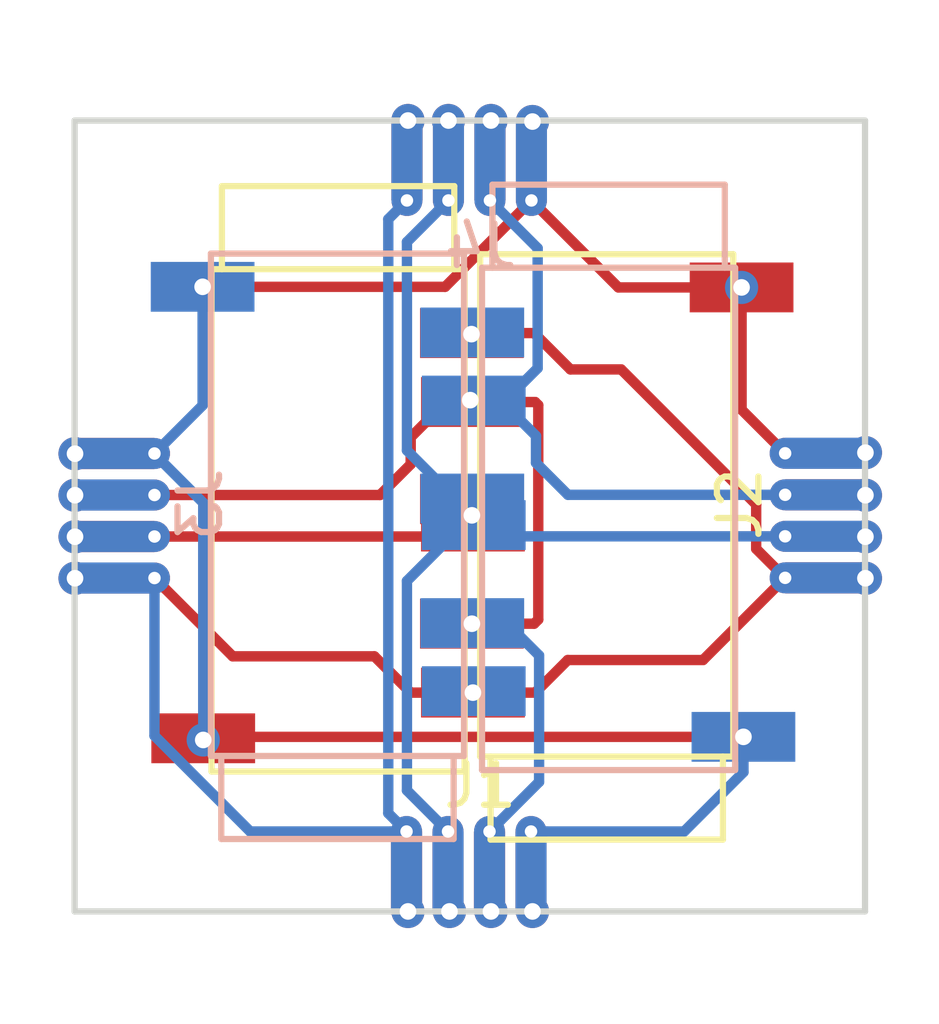
<source format=kicad_pcb>
(kicad_pcb (version 20171130) (host pcbnew 5.1.5)

  (general
    (thickness 1.6)
    (drawings 10)
    (tracks 111)
    (zones 0)
    (modules 8)
    (nets 5)
  )

  (page A4)
  (layers
    (0 F.Cu signal)
    (31 B.Cu signal)
    (32 B.Adhes user)
    (33 F.Adhes user)
    (34 B.Paste user)
    (35 F.Paste user)
    (36 B.SilkS user)
    (37 F.SilkS user)
    (38 B.Mask user)
    (39 F.Mask user)
    (40 Dwgs.User user)
    (41 Cmts.User user)
    (42 Eco1.User user)
    (43 Eco2.User user)
    (44 Edge.Cuts user)
    (45 Margin user)
    (46 B.CrtYd user)
    (47 F.CrtYd user)
    (48 B.Fab user)
    (49 F.Fab user)
  )

  (setup
    (last_trace_width 0.25)
    (trace_clearance 0.2)
    (zone_clearance 0.508)
    (zone_45_only no)
    (trace_min 0.2)
    (via_size 0.8)
    (via_drill 0.4)
    (via_min_size 0.4)
    (via_min_drill 0.3)
    (uvia_size 0.3)
    (uvia_drill 0.1)
    (uvias_allowed no)
    (uvia_min_size 0.2)
    (uvia_min_drill 0.1)
    (edge_width 0.05)
    (segment_width 0.2)
    (pcb_text_width 0.3)
    (pcb_text_size 1.5 1.5)
    (mod_edge_width 0.12)
    (mod_text_size 1 1)
    (mod_text_width 0.15)
    (pad_size 1.524 1.524)
    (pad_drill 0.762)
    (pad_to_mask_clearance 0.051)
    (solder_mask_min_width 0.25)
    (aux_axis_origin 0 0)
    (visible_elements FFFFFF7F)
    (pcbplotparams
      (layerselection 0x010fc_ffffffff)
      (usegerberextensions false)
      (usegerberattributes false)
      (usegerberadvancedattributes false)
      (creategerberjobfile false)
      (excludeedgelayer true)
      (linewidth 0.100000)
      (plotframeref false)
      (viasonmask false)
      (mode 1)
      (useauxorigin false)
      (hpglpennumber 1)
      (hpglpenspeed 20)
      (hpglpendiameter 15.000000)
      (psnegative false)
      (psa4output false)
      (plotreference true)
      (plotvalue true)
      (plotinvisibletext false)
      (padsonsilk false)
      (subtractmaskfromsilk false)
      (outputformat 1)
      (mirror false)
      (drillshape 1)
      (scaleselection 1)
      (outputdirectory ""))
  )

  (net 0 "")
  (net 1 GND)
  (net 2 /SCL)
  (net 3 /SDA)
  (net 4 +5V)

  (net_class Default "This is the default net class."
    (clearance 0.2)
    (trace_width 0.25)
    (via_dia 0.8)
    (via_drill 0.4)
    (uvia_dia 0.3)
    (uvia_drill 0.1)
    (add_net +5V)
    (add_net /SCL)
    (add_net /SDA)
    (add_net GND)
  )

  (module Keebio-Parts:TRRS-PJ-320D (layer B.Cu) (tedit 5B896F09) (tstamp 5E3A139B)
    (at 133.585 89.765 180)
    (path /5E395735)
    (fp_text reference U4 (at 0 -14.2) (layer Dwgs.User)
      (effects (font (size 1 1) (thickness 0.15)))
    )
    (fp_text value TRRS (at 0 5.6) (layer B.Fab)
      (effects (font (size 1 1) (thickness 0.15)) (justify mirror))
    )
    (fp_line (start 3.05 0) (end -3.05 0) (layer B.SilkS) (width 0.15))
    (fp_line (start 3.05 -12.1) (end -3.05 -12.1) (layer B.SilkS) (width 0.15))
    (fp_line (start 3.05 0) (end 3.05 -12.1) (layer B.SilkS) (width 0.15))
    (fp_line (start -3.05 0) (end -3.05 -12.1) (layer B.SilkS) (width 0.15))
    (fp_line (start 2.8 0) (end 2.8 2) (layer B.SilkS) (width 0.15))
    (fp_line (start -2.8 0) (end -2.8 2) (layer B.SilkS) (width 0.15))
    (fp_line (start 2.8 2) (end -2.8 2) (layer B.SilkS) (width 0.15))
    (pad 3 smd rect (at 3.25 -6.2 180) (size 2.5 1.2) (layers B.Cu B.Paste B.Mask)
      (net 3 /SDA))
    (pad "" np_thru_hole circle (at 0 -1.6 180) (size 0.8 0.8) (drill 0.8) (layers *.Cu *.Mask))
    (pad "" np_thru_hole circle (at 0 -8.6 180) (size 0.8 0.8) (drill 0.8) (layers *.Cu *.Mask))
    (pad 4 smd rect (at 3.25 -3.2 180) (size 2.5 1.2) (layers B.Cu B.Paste B.Mask)
      (net 2 /SCL))
    (pad 2 smd rect (at 3.25 -10.2 180) (size 2.5 1.2) (layers B.Cu B.Paste B.Mask)
      (net 4 +5V))
    (pad 1 smd rect (at -3.25 -11.3 180) (size 2.5 1.2) (layers B.Cu B.Paste B.Mask)
      (net 1 GND))
  )

  (module Keebio-Parts:TRRS-PJ-320D (layer F.Cu) (tedit 5B896F09) (tstamp 5E3A1E7D)
    (at 133.54 101.54 180)
    (path /5E396BB9)
    (fp_text reference U3 (at 0 14.2) (layer Dwgs.User)
      (effects (font (size 1 1) (thickness 0.15)))
    )
    (fp_text value TRRS (at 0 -5.6) (layer F.Fab)
      (effects (font (size 1 1) (thickness 0.15)))
    )
    (fp_line (start 3.05 0) (end -3.05 0) (layer F.SilkS) (width 0.15))
    (fp_line (start 3.05 12.1) (end -3.05 12.1) (layer F.SilkS) (width 0.15))
    (fp_line (start 3.05 0) (end 3.05 12.1) (layer F.SilkS) (width 0.15))
    (fp_line (start -3.05 0) (end -3.05 12.1) (layer F.SilkS) (width 0.15))
    (fp_line (start 2.8 0) (end 2.8 -2) (layer F.SilkS) (width 0.15))
    (fp_line (start -2.8 0) (end -2.8 -2) (layer F.SilkS) (width 0.15))
    (fp_line (start 2.8 -2) (end -2.8 -2) (layer F.SilkS) (width 0.15))
    (pad 3 smd rect (at 3.25 6.2 180) (size 2.5 1.2) (layers F.Cu F.Paste F.Mask)
      (net 3 /SDA))
    (pad "" np_thru_hole circle (at 0 1.6 180) (size 0.8 0.8) (drill 0.8) (layers *.Cu *.Mask))
    (pad "" np_thru_hole circle (at 0 8.6 180) (size 0.8 0.8) (drill 0.8) (layers *.Cu *.Mask))
    (pad 4 smd rect (at 3.25 3.2 180) (size 2.5 1.2) (layers F.Cu F.Paste F.Mask)
      (net 2 /SCL))
    (pad 2 smd rect (at 3.25 10.2 180) (size 2.5 1.2) (layers F.Cu F.Paste F.Mask)
      (net 4 +5V))
    (pad 1 smd rect (at -3.25 11.3 180) (size 2.5 1.2) (layers F.Cu F.Paste F.Mask)
      (net 1 GND))
  )

  (module Keebio-Parts:TRRS-PJ-320D (layer F.Cu) (tedit 5B896F09) (tstamp 5E3A1379)
    (at 127.065 89.8)
    (path /5E396F6B)
    (fp_text reference U2 (at 0 14.2) (layer Dwgs.User)
      (effects (font (size 1 1) (thickness 0.15)))
    )
    (fp_text value TRRS (at 0 -5.6) (layer F.Fab)
      (effects (font (size 1 1) (thickness 0.15)))
    )
    (fp_line (start 3.05 0) (end -3.05 0) (layer F.SilkS) (width 0.15))
    (fp_line (start 3.05 12.1) (end -3.05 12.1) (layer F.SilkS) (width 0.15))
    (fp_line (start 3.05 0) (end 3.05 12.1) (layer F.SilkS) (width 0.15))
    (fp_line (start -3.05 0) (end -3.05 12.1) (layer F.SilkS) (width 0.15))
    (fp_line (start 2.8 0) (end 2.8 -2) (layer F.SilkS) (width 0.15))
    (fp_line (start -2.8 0) (end -2.8 -2) (layer F.SilkS) (width 0.15))
    (fp_line (start 2.8 -2) (end -2.8 -2) (layer F.SilkS) (width 0.15))
    (pad 3 smd rect (at 3.25 6.2) (size 2.5 1.2) (layers F.Cu F.Paste F.Mask)
      (net 3 /SDA))
    (pad "" np_thru_hole circle (at 0 1.6) (size 0.8 0.8) (drill 0.8) (layers *.Cu *.Mask))
    (pad "" np_thru_hole circle (at 0 8.6) (size 0.8 0.8) (drill 0.8) (layers *.Cu *.Mask))
    (pad 4 smd rect (at 3.25 3.2) (size 2.5 1.2) (layers F.Cu F.Paste F.Mask)
      (net 2 /SCL))
    (pad 2 smd rect (at 3.25 10.2) (size 2.5 1.2) (layers F.Cu F.Paste F.Mask)
      (net 4 +5V))
    (pad 1 smd rect (at -3.25 11.3) (size 2.5 1.2) (layers F.Cu F.Paste F.Mask)
      (net 1 GND))
  )

  (module Keebio-Parts:TRRS-PJ-320D (layer B.Cu) (tedit 5B896F09) (tstamp 5E3A1368)
    (at 127.05 101.525)
    (path /5E3974A4)
    (fp_text reference U1 (at 0 -14.2) (layer Dwgs.User)
      (effects (font (size 1 1) (thickness 0.15)))
    )
    (fp_text value TRRS (at 0 5.6) (layer B.Fab)
      (effects (font (size 1 1) (thickness 0.15)) (justify mirror))
    )
    (fp_line (start 3.05 0) (end -3.05 0) (layer B.SilkS) (width 0.15))
    (fp_line (start 3.05 -12.1) (end -3.05 -12.1) (layer B.SilkS) (width 0.15))
    (fp_line (start 3.05 0) (end 3.05 -12.1) (layer B.SilkS) (width 0.15))
    (fp_line (start -3.05 0) (end -3.05 -12.1) (layer B.SilkS) (width 0.15))
    (fp_line (start 2.8 0) (end 2.8 2) (layer B.SilkS) (width 0.15))
    (fp_line (start -2.8 0) (end -2.8 2) (layer B.SilkS) (width 0.15))
    (fp_line (start 2.8 2) (end -2.8 2) (layer B.SilkS) (width 0.15))
    (pad 3 smd rect (at 3.25 -6.2) (size 2.5 1.2) (layers B.Cu B.Paste B.Mask)
      (net 3 /SDA))
    (pad "" np_thru_hole circle (at 0 -1.6) (size 0.8 0.8) (drill 0.8) (layers *.Cu *.Mask))
    (pad "" np_thru_hole circle (at 0 -8.6) (size 0.8 0.8) (drill 0.8) (layers *.Cu *.Mask))
    (pad 4 smd rect (at 3.25 -3.2) (size 2.5 1.2) (layers B.Cu B.Paste B.Mask)
      (net 2 /SCL))
    (pad 2 smd rect (at 3.25 -10.2) (size 2.5 1.2) (layers B.Cu B.Paste B.Mask)
      (net 4 +5V))
    (pad 1 smd rect (at -3.25 -11.3) (size 2.5 1.2) (layers B.Cu B.Paste B.Mask)
      (net 1 GND))
  )

  (module modkeeb:edgeconnector (layer B.Cu) (tedit 5E3916DF) (tstamp 5E3A1357)
    (at 130.225 86.145)
    (path /5E3969DB)
    (fp_text reference J4 (at 0.275 3.1 180) (layer B.SilkS)
      (effects (font (size 1 1) (thickness 0.15)) (justify mirror))
    )
    (fp_text value Conn_01x04 (at 0.25 -0.875 180) (layer B.Fab)
      (effects (font (size 1 1) (thickness 0.15)) (justify mirror))
    )
    (pad 1 thru_hole custom (at -1.5 2) (size 0.75 0.75) (drill 0.3) (layers *.Cu *.Mask)
      (net 4 +5V) (zone_connect 0)
      (options (clearance outline) (anchor circle))
      (primitives
        (gr_poly (pts
           (xy 0.375 -2) (xy -0.375 -2) (xy -0.375 0) (xy 0.375 0)) (width 0))
      ))
    (pad 2 thru_hole custom (at -0.5 2) (size 0.75 0.75) (drill 0.3) (layers *.Cu *.Mask)
      (net 3 /SDA) (zone_connect 0)
      (options (clearance outline) (anchor circle))
      (primitives
        (gr_poly (pts
           (xy 0.375 -2) (xy -0.375 -2) (xy -0.375 0) (xy 0.375 0)) (width 0))
      ))
    (pad 3 thru_hole custom (at 0.5 2) (size 0.75 0.75) (drill 0.3) (layers *.Cu *.Mask)
      (net 2 /SCL) (zone_connect 0)
      (options (clearance outline) (anchor circle))
      (primitives
        (gr_poly (pts
           (xy 0.375 -2) (xy -0.375 -2) (xy -0.375 0) (xy 0.375 0)) (width 0))
      ))
    (pad 4 thru_hole custom (at 1.5 2) (size 0.75 0.75) (drill 0.3) (layers *.Cu *.Mask)
      (net 1 GND) (zone_connect 0)
      (options (clearance outline) (anchor circle))
      (primitives
        (gr_poly (pts
           (xy 0.375 -2) (xy -0.375 -2) (xy -0.375 0) (xy 0.375 0)) (width 0))
      ))
  )

  (module modkeeb:edgeconnector (layer B.Cu) (tedit 5E3916DF) (tstamp 5E3A134F)
    (at 120.64 95.74 90)
    (path /5E396732)
    (fp_text reference J3 (at 0.275 3.1 90) (layer B.SilkS)
      (effects (font (size 1 1) (thickness 0.15)) (justify mirror))
    )
    (fp_text value Conn_01x04 (at 0.25 -0.875 90) (layer B.Fab)
      (effects (font (size 1 1) (thickness 0.15)) (justify mirror))
    )
    (pad 1 thru_hole custom (at -1.5 2 90) (size 0.75 0.75) (drill 0.3) (layers *.Cu *.Mask)
      (net 4 +5V) (zone_connect 0)
      (options (clearance outline) (anchor circle))
      (primitives
        (gr_poly (pts
           (xy 0.375 -2) (xy -0.375 -2) (xy -0.375 0) (xy 0.375 0)) (width 0))
      ))
    (pad 2 thru_hole custom (at -0.5 2 90) (size 0.75 0.75) (drill 0.3) (layers *.Cu *.Mask)
      (net 3 /SDA) (zone_connect 0)
      (options (clearance outline) (anchor circle))
      (primitives
        (gr_poly (pts
           (xy 0.375 -2) (xy -0.375 -2) (xy -0.375 0) (xy 0.375 0)) (width 0))
      ))
    (pad 3 thru_hole custom (at 0.5 2 90) (size 0.75 0.75) (drill 0.3) (layers *.Cu *.Mask)
      (net 2 /SCL) (zone_connect 0)
      (options (clearance outline) (anchor circle))
      (primitives
        (gr_poly (pts
           (xy 0.375 -2) (xy -0.375 -2) (xy -0.375 0) (xy 0.375 0)) (width 0))
      ))
    (pad 4 thru_hole custom (at 1.5 2 90) (size 0.75 0.75) (drill 0.3) (layers *.Cu *.Mask)
      (net 1 GND) (zone_connect 0)
      (options (clearance outline) (anchor circle))
      (primitives
        (gr_poly (pts
           (xy 0.375 -2) (xy -0.375 -2) (xy -0.375 0) (xy 0.375 0)) (width 0))
      ))
  )

  (module modkeeb:edgeconnector (layer F.Cu) (tedit 5E3916DF) (tstamp 5E3A1FBE)
    (at 139.84 95.735 90)
    (path /5E3963B9)
    (fp_text reference J2 (at 0.275 -3.1 270) (layer F.SilkS)
      (effects (font (size 1 1) (thickness 0.15)))
    )
    (fp_text value Conn_01x04 (at 0.25 0.875 270) (layer F.Fab)
      (effects (font (size 1 1) (thickness 0.15)))
    )
    (pad 4 thru_hole custom (at 1.5 -2 90) (size 0.75 0.75) (drill 0.3) (layers *.Cu *.Mask)
      (net 1 GND) (zone_connect 0)
      (options (clearance outline) (anchor circle))
      (primitives
        (gr_poly (pts
           (xy 0.375 2) (xy -0.375 2) (xy -0.375 0) (xy 0.375 0)) (width 0))
      ))
    (pad 3 thru_hole custom (at 0.5 -2 90) (size 0.75 0.75) (drill 0.3) (layers *.Cu *.Mask)
      (net 2 /SCL) (zone_connect 0)
      (options (clearance outline) (anchor circle))
      (primitives
        (gr_poly (pts
           (xy 0.375 2) (xy -0.375 2) (xy -0.375 0) (xy 0.375 0)) (width 0))
      ))
    (pad 2 thru_hole custom (at -0.5 -2 90) (size 0.75 0.75) (drill 0.3) (layers *.Cu *.Mask)
      (net 3 /SDA) (zone_connect 0)
      (options (clearance outline) (anchor circle))
      (primitives
        (gr_poly (pts
           (xy 0.375 2) (xy -0.375 2) (xy -0.375 0) (xy 0.375 0)) (width 0))
      ))
    (pad 1 thru_hole custom (at -1.5 -2 90) (size 0.75 0.75) (drill 0.3) (layers *.Cu *.Mask)
      (net 4 +5V) (zone_connect 0)
      (options (clearance outline) (anchor circle))
      (primitives
        (gr_poly (pts
           (xy 0.375 2) (xy -0.375 2) (xy -0.375 0) (xy 0.375 0)) (width 0))
      ))
  )

  (module modkeeb:edgeconnector (layer F.Cu) (tedit 5E3916DF) (tstamp 5E3A1795)
    (at 130.215 105.345)
    (path /5E395E8F)
    (fp_text reference J1 (at 0.275 -3.1 180) (layer F.SilkS)
      (effects (font (size 1 1) (thickness 0.15)))
    )
    (fp_text value Conn_01x04 (at 0.25 0.875 180) (layer F.Fab)
      (effects (font (size 1 1) (thickness 0.15)))
    )
    (pad 4 thru_hole custom (at 1.5 -2) (size 0.75 0.75) (drill 0.3) (layers *.Cu *.Mask)
      (net 1 GND) (zone_connect 0)
      (options (clearance outline) (anchor circle))
      (primitives
        (gr_poly (pts
           (xy 0.375 2) (xy -0.375 2) (xy -0.375 0) (xy 0.375 0)) (width 0))
      ))
    (pad 3 thru_hole custom (at 0.5 -2) (size 0.75 0.75) (drill 0.3) (layers *.Cu *.Mask)
      (net 2 /SCL) (zone_connect 0)
      (options (clearance outline) (anchor circle))
      (primitives
        (gr_poly (pts
           (xy 0.375 2) (xy -0.375 2) (xy -0.375 0) (xy 0.375 0)) (width 0))
      ))
    (pad 2 thru_hole custom (at -0.5 -2) (size 0.75 0.75) (drill 0.3) (layers *.Cu *.Mask)
      (net 3 /SDA) (zone_connect 0)
      (options (clearance outline) (anchor circle))
      (primitives
        (gr_poly (pts
           (xy 0.375 2) (xy -0.375 2) (xy -0.375 0) (xy 0.375 0)) (width 0))
      ))
    (pad 1 thru_hole custom (at -1.5 -2) (size 0.75 0.75) (drill 0.3) (layers *.Cu *.Mask)
      (net 4 +5V) (zone_connect 0)
      (options (clearance outline) (anchor circle))
      (primitives
        (gr_poly (pts
           (xy 0.375 2) (xy -0.375 2) (xy -0.375 0) (xy 0.375 0)) (width 0))
      ))
  )

  (gr_line (start 130.22 95.735) (end 120.695 95.735) (layer Dwgs.User) (width 0.15) (tstamp 5E3A15D1))
  (gr_line (start 130.22 95.735) (end 130.22 105.26) (layer Dwgs.User) (width 0.15) (tstamp 5E3A15DD))
  (gr_line (start 120.695 86.21) (end 139.745 105.26) (layer Dwgs.User) (width 0.05) (tstamp 5E3A15D7))
  (gr_line (start 130.22 95.735) (end 139.745 95.735) (layer Dwgs.User) (width 0.15) (tstamp 5E3A15DA))
  (gr_line (start 130.22 95.735) (end 130.22 86.21) (layer Dwgs.User) (width 0.15) (tstamp 5E3A15D4))
  (gr_line (start 120.695 105.26) (end 139.745 86.21) (layer Dwgs.User) (width 0.05) (tstamp 5E3A15E0))
  (gr_line (start 139.765 86.22) (end 139.765 105.27) (layer Edge.Cuts) (width 0.15) (tstamp 5E3A1514))
  (gr_line (start 139.765 105.27) (end 120.715 105.27) (layer Edge.Cuts) (width 0.15) (tstamp 5E3A1511))
  (gr_line (start 120.715 105.27) (end 120.715 86.22) (layer Edge.Cuts) (width 0.15) (tstamp 5E3A1502))
  (gr_line (start 120.715 86.22) (end 139.765 86.22) (layer Edge.Cuts) (width 0.15) (tstamp 5E3A1501))

  (via (at 130.25 92.955) (size 0.8) (drill 0.4) (layers F.Cu B.Cu) (net 2))
  (via (at 128.75 86.22) (size 0.8) (drill 0.4) (layers F.Cu B.Cu) (net 4) (tstamp 5E3A1505))
  (via (at 120.725 97.245) (size 0.8) (drill 0.4) (layers F.Cu B.Cu) (net 4) (tstamp 5E3A150E))
  (via (at 139.775 94.22) (size 0.8) (drill 0.4) (layers F.Cu B.Cu) (net 1) (tstamp 5E3A150B))
  (via (at 131.75 105.27) (size 0.8) (drill 0.4) (layers F.Cu B.Cu) (net 1) (tstamp 5E3A1510))
  (via (at 139.775 95.245) (size 0.8) (drill 0.4) (layers F.Cu B.Cu) (net 2) (tstamp 5E3A1507))
  (via (at 130.75 105.27) (size 0.8) (drill 0.4) (layers F.Cu B.Cu) (net 2) (tstamp 5E3A150D))
  (via (at 120.725 96.245) (size 0.8) (drill 0.4) (layers F.Cu B.Cu) (net 3) (tstamp 5E3A1506))
  (via (at 129.725 86.22) (size 0.8) (drill 0.4) (layers F.Cu B.Cu) (net 3) (tstamp 5E3A1508))
  (via (at 130.75 86.22) (size 0.8) (drill 0.4) (layers F.Cu B.Cu) (net 2) (tstamp 5E3A1503))
  (via (at 120.725 95.245) (size 0.8) (drill 0.4) (layers F.Cu B.Cu) (net 2) (tstamp 5E3A1513))
  (via (at 139.775 96.245) (size 0.8) (drill 0.4) (layers F.Cu B.Cu) (net 3) (tstamp 5E3A1509))
  (via (at 129.75 105.27) (size 0.8) (drill 0.4) (layers F.Cu B.Cu) (net 3) (tstamp 5E3A150A))
  (via (at 128.75 105.27) (size 0.8) (drill 0.4) (layers F.Cu B.Cu) (net 4) (tstamp 5E3A1504))
  (via (at 139.775 97.245) (size 0.8) (drill 0.4) (layers F.Cu B.Cu) (net 4) (tstamp 5E3A150F))
  (via (at 120.725 94.245) (size 0.8) (drill 0.4) (layers F.Cu B.Cu) (net 1) (tstamp 5E3A150C))
  (via (at 131.75 86.245) (size 0.8) (drill 0.4) (layers F.Cu B.Cu) (net 1) (tstamp 5E3A1512))
  (segment (start 132.088194 103.345) (end 131.715 103.345) (width 0.25) (layer B.Cu) (net 1))
  (segment (start 135.405 103.345) (end 132.088194 103.345) (width 0.25) (layer B.Cu) (net 1))
  (segment (start 136.835 101.915) (end 135.405 103.345) (width 0.25) (layer B.Cu) (net 1))
  (segment (start 136.835 101.065) (end 136.835 101.065) (width 0.25) (layer B.Cu) (net 1))
  (segment (start 123.8 93.08) (end 122.64 94.24) (width 0.25) (layer B.Cu) (net 1))
  (segment (start 123.8 90.225) (end 123.8 90.225) (width 0.25) (layer B.Cu) (net 1))
  (segment (start 133.82 90.24) (end 131.725 88.145) (width 0.25) (layer F.Cu) (net 1))
  (segment (start 136.79 90.24) (end 136.79 90.24) (width 0.25) (layer F.Cu) (net 1))
  (segment (start 136.79 93.185) (end 137.84 94.235) (width 0.25) (layer F.Cu) (net 1))
  (segment (start 136.79 90.24) (end 136.79 93.185) (width 0.25) (layer F.Cu) (net 1))
  (segment (start 136.835 101.065) (end 136.835 101.915) (width 0.25) (layer B.Cu) (net 1) (tstamp 5E3A298B))
  (via (at 136.835 101.065) (size 0.8) (drill 0.4) (layers F.Cu B.Cu) (net 1))
  (segment (start 123.8 90.225) (end 123.8 93.08) (width 0.25) (layer B.Cu) (net 1) (tstamp 5E3A298E))
  (via (at 123.8 90.225) (size 0.8) (drill 0.4) (layers F.Cu B.Cu) (net 1))
  (segment (start 136.79 90.24) (end 133.82 90.24) (width 0.25) (layer F.Cu) (net 1) (tstamp 5E3A2990))
  (via (at 136.79 90.24) (size 0.8) (drill 0.4) (layers F.Cu B.Cu) (net 1))
  (segment (start 123.815 100.574315) (end 123.815 101.14) (width 0.25) (layer B.Cu) (net 1))
  (segment (start 122.64 94.252588) (end 123.815 95.427588) (width 0.25) (layer B.Cu) (net 1))
  (segment (start 122.64 94.24) (end 122.64 94.252588) (width 0.25) (layer B.Cu) (net 1))
  (segment (start 123.815 95.427588) (end 123.815 100.574315) (width 0.25) (layer B.Cu) (net 1))
  (via (at 123.815 101.14) (size 0.8) (drill 0.4) (layers F.Cu B.Cu) (net 1))
  (segment (start 129.645 90.225) (end 123.8 90.225) (width 0.25) (layer F.Cu) (net 1))
  (segment (start 131.725 88.145) (end 129.645 90.225) (width 0.25) (layer F.Cu) (net 1))
  (segment (start 123.89 101.065) (end 123.815 101.14) (width 0.25) (layer F.Cu) (net 1))
  (segment (start 136.835 101.065) (end 123.89 101.065) (width 0.25) (layer F.Cu) (net 1))
  (segment (start 131.875001 89.295001) (end 130.988888 88.408888) (width 0.25) (layer B.Cu) (net 2))
  (segment (start 130.988888 88.408888) (end 130.725 88.145) (width 0.25) (layer B.Cu) (net 2))
  (segment (start 131.875001 92.185001) (end 131.875001 89.295001) (width 0.25) (layer B.Cu) (net 2))
  (segment (start 131.105002 92.955) (end 131.875001 92.185001) (width 0.25) (layer B.Cu) (net 2))
  (segment (start 130.25 92.955) (end 131.105002 92.955) (width 0.25) (layer B.Cu) (net 2))
  (segment (start 130.985 92.965) (end 130.335 92.965) (width 0.25) (layer B.Cu) (net 2))
  (segment (start 131.835 93.815) (end 130.985 92.965) (width 0.25) (layer B.Cu) (net 2))
  (segment (start 131.835 94.465) (end 131.835 93.815) (width 0.25) (layer B.Cu) (net 2))
  (segment (start 132.605 95.235) (end 131.835 94.465) (width 0.25) (layer B.Cu) (net 2))
  (segment (start 137.84 95.235) (end 132.605 95.235) (width 0.25) (layer B.Cu) (net 2))
  (segment (start 128.815 93.85) (end 129.665 93) (width 0.25) (layer F.Cu) (net 2))
  (segment (start 128.815 94.5) (end 128.815 93.85) (width 0.25) (layer F.Cu) (net 2))
  (segment (start 129.665 93) (end 130.315 93) (width 0.25) (layer F.Cu) (net 2))
  (segment (start 128.075 95.24) (end 128.815 94.5) (width 0.25) (layer F.Cu) (net 2))
  (segment (start 122.64 95.24) (end 128.075 95.24) (width 0.25) (layer F.Cu) (net 2))
  (segment (start 131.815 93) (end 130.315 93) (width 0.25) (layer F.Cu) (net 2))
  (segment (start 131.890001 93.075001) (end 131.815 93) (width 0.25) (layer F.Cu) (net 2))
  (segment (start 131.890001 98.239999) (end 131.890001 93.075001) (width 0.25) (layer F.Cu) (net 2))
  (segment (start 131.79 98.34) (end 131.890001 98.239999) (width 0.25) (layer F.Cu) (net 2))
  (segment (start 130.29 98.34) (end 130.29 98.34) (width 0.25) (layer F.Cu) (net 2))
  (segment (start 130.29 98.34) (end 131.79 98.34) (width 0.25) (layer F.Cu) (net 2) (tstamp 5E3A2A53))
  (via (at 130.29 98.34) (size 0.8) (drill 0.4) (layers F.Cu B.Cu) (net 2))
  (segment (start 130.978888 103.081112) (end 130.715 103.345) (width 0.25) (layer B.Cu) (net 2))
  (segment (start 131.910001 102.149999) (end 130.978888 103.081112) (width 0.25) (layer B.Cu) (net 2))
  (segment (start 131.910001 99.104999) (end 131.910001 102.149999) (width 0.25) (layer B.Cu) (net 2))
  (segment (start 131.130002 98.325) (end 131.910001 99.104999) (width 0.25) (layer B.Cu) (net 2))
  (segment (start 130.3 98.325) (end 131.130002 98.325) (width 0.25) (layer B.Cu) (net 2))
  (segment (start 130.36 96.235) (end 130.29 96.165) (width 0.25) (layer B.Cu) (net 3))
  (segment (start 137.84 96.235) (end 130.36 96.235) (width 0.25) (layer B.Cu) (net 3))
  (segment (start 128.724999 97.310001) (end 128.724999 102.354999) (width 0.25) (layer B.Cu) (net 3))
  (segment (start 128.724999 102.354999) (end 129.451112 103.081112) (width 0.25) (layer B.Cu) (net 3))
  (segment (start 130.29 95.745) (end 128.724999 97.310001) (width 0.25) (layer B.Cu) (net 3))
  (segment (start 130.29 96.165) (end 130.29 95.745) (width 0.25) (layer B.Cu) (net 3))
  (segment (start 129.451112 103.081112) (end 129.715 103.345) (width 0.25) (layer B.Cu) (net 3))
  (segment (start 130.29 96.19) (end 130.29 95.73) (width 0.25) (layer F.Cu) (net 3))
  (segment (start 130.24 96.24) (end 130.29 96.19) (width 0.25) (layer F.Cu) (net 3))
  (segment (start 122.64 96.24) (end 130.24 96.24) (width 0.25) (layer F.Cu) (net 3))
  (segment (start 130.29 95.73) (end 130.29 95.34) (width 0.25) (layer F.Cu) (net 3) (tstamp 5E3A29D6))
  (via (at 130.29 95.73) (size 0.8) (drill 0.4) (layers F.Cu B.Cu) (net 3))
  (segment (start 129.461112 88.408888) (end 129.725 88.145) (width 0.25) (layer B.Cu) (net 3))
  (segment (start 128.724999 89.145001) (end 129.461112 88.408888) (width 0.25) (layer B.Cu) (net 3))
  (segment (start 128.724999 94.164999) (end 128.724999 89.145001) (width 0.25) (layer B.Cu) (net 3))
  (segment (start 130.29 95.73) (end 128.724999 94.164999) (width 0.25) (layer B.Cu) (net 3))
  (via (at 130.28 91.365) (size 0.8) (drill 0.4) (layers F.Cu B.Cu) (net 4))
  (segment (start 137.141796 96.536796) (end 137.84 97.235) (width 0.25) (layer F.Cu) (net 4))
  (segment (start 131.79 91.34) (end 132.664999 92.214999) (width 0.25) (layer F.Cu) (net 4))
  (segment (start 130.29 91.34) (end 131.79 91.34) (width 0.25) (layer F.Cu) (net 4))
  (segment (start 132.664999 92.214999) (end 133.888001 92.214999) (width 0.25) (layer F.Cu) (net 4))
  (segment (start 133.888001 92.214999) (end 137.141796 95.468794) (width 0.25) (layer F.Cu) (net 4))
  (segment (start 137.141796 95.468794) (end 137.141796 96.536796) (width 0.25) (layer F.Cu) (net 4))
  (segment (start 124.525001 99.125001) (end 122.903888 97.503888) (width 0.25) (layer F.Cu) (net 4))
  (segment (start 128.815 100) (end 127.940001 99.125001) (width 0.25) (layer F.Cu) (net 4))
  (segment (start 130.315 100) (end 130.315 100) (width 0.25) (layer F.Cu) (net 4))
  (segment (start 122.903888 97.503888) (end 122.64 97.24) (width 0.25) (layer F.Cu) (net 4))
  (segment (start 127.940001 99.125001) (end 124.525001 99.125001) (width 0.25) (layer F.Cu) (net 4))
  (segment (start 128.274989 88.595011) (end 128.274989 102.904989) (width 0.25) (layer B.Cu) (net 4))
  (segment (start 128.451112 103.081112) (end 128.715 103.345) (width 0.25) (layer B.Cu) (net 4))
  (segment (start 128.274989 102.904989) (end 128.451112 103.081112) (width 0.25) (layer B.Cu) (net 4))
  (segment (start 128.725 88.145) (end 128.274989 88.595011) (width 0.25) (layer B.Cu) (net 4))
  (segment (start 124.946998 103.345) (end 128.341806 103.345) (width 0.25) (layer B.Cu) (net 4))
  (segment (start 128.341806 103.345) (end 128.715 103.345) (width 0.25) (layer B.Cu) (net 4))
  (segment (start 122.64 101.038002) (end 124.946998 103.345) (width 0.25) (layer B.Cu) (net 4))
  (segment (start 122.64 97.24) (end 122.64 101.038002) (width 0.25) (layer B.Cu) (net 4))
  (segment (start 130.315 100) (end 128.815 100) (width 0.25) (layer F.Cu) (net 4) (tstamp 5E3A2A40))
  (via (at 130.315 100) (size 0.8) (drill 0.4) (layers F.Cu B.Cu) (net 4))
  (segment (start 132.600001 99.214999) (end 131.815 100) (width 0.25) (layer F.Cu) (net 4))
  (segment (start 135.860001 99.214999) (end 132.600001 99.214999) (width 0.25) (layer F.Cu) (net 4))
  (segment (start 131.815 100) (end 130.315 100) (width 0.25) (layer F.Cu) (net 4))
  (segment (start 137.84 97.235) (end 135.860001 99.214999) (width 0.25) (layer F.Cu) (net 4))

)

</source>
